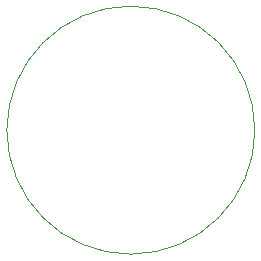
<source format=gm1>
G04 #@! TF.GenerationSoftware,KiCad,Pcbnew,(7.0.0)*
G04 #@! TF.CreationDate,2023-09-09T16:46:03-08:00*
G04 #@! TF.ProjectId,THINGY_2.0,5448494e-4759-45f3-922e-302e6b696361,rev?*
G04 #@! TF.SameCoordinates,Original*
G04 #@! TF.FileFunction,Profile,NP*
%FSLAX46Y46*%
G04 Gerber Fmt 4.6, Leading zero omitted, Abs format (unit mm)*
G04 Created by KiCad (PCBNEW (7.0.0)) date 2023-09-09 16:46:03*
%MOMM*%
%LPD*%
G01*
G04 APERTURE LIST*
G04 #@! TA.AperFunction,Profile*
%ADD10C,0.100000*%
G04 #@! TD*
G04 APERTURE END LIST*
D10*
X130640000Y-81350000D02*
G75*
G03*
X130640000Y-81350000I-10500000J0D01*
G01*
M02*

</source>
